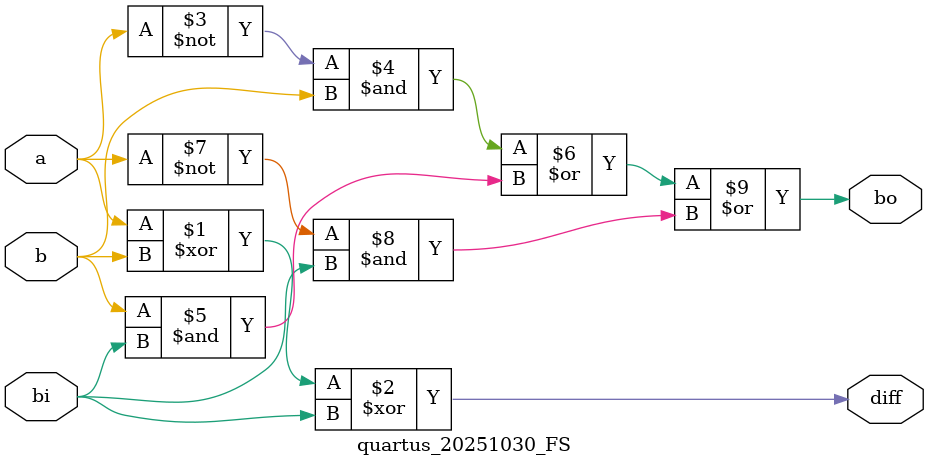
<source format=v>
module quartus_20251030_FS(input a,input b,input bi,output diff,output bo);
	assign diff = a ^ b ^ bi;
	assign bo = (~a)&b | b &bi | (~a)&bi;
endmodule
</source>
